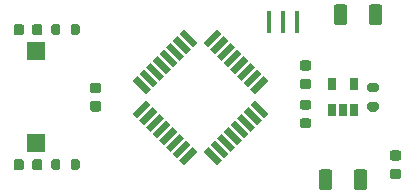
<source format=gbr>
%TF.GenerationSoftware,KiCad,Pcbnew,5.1.10-88a1d61d58~90~ubuntu20.04.1*%
%TF.CreationDate,2021-12-16T23:27:53-03:00*%
%TF.ProjectId,projeto-final,70726f6a-6574-46f2-9d66-696e616c2e6b,rev?*%
%TF.SameCoordinates,Original*%
%TF.FileFunction,Paste,Top*%
%TF.FilePolarity,Positive*%
%FSLAX46Y46*%
G04 Gerber Fmt 4.6, Leading zero omitted, Abs format (unit mm)*
G04 Created by KiCad (PCBNEW 5.1.10-88a1d61d58~90~ubuntu20.04.1) date 2021-12-16 23:27:53*
%MOMM*%
%LPD*%
G01*
G04 APERTURE LIST*
%ADD10R,1.500000X1.500000*%
%ADD11C,0.100000*%
%ADD12R,0.400000X1.900000*%
%ADD13R,0.635000X1.066800*%
G04 APERTURE END LIST*
%TO.C,C1*%
G36*
G01*
X152770000Y-83804999D02*
X152770000Y-85105001D01*
G75*
G02*
X152520001Y-85355000I-249999J0D01*
G01*
X151869999Y-85355000D01*
G75*
G02*
X151620000Y-85105001I0J249999D01*
G01*
X151620000Y-83804999D01*
G75*
G02*
X151869999Y-83555000I249999J0D01*
G01*
X152520001Y-83555000D01*
G75*
G02*
X152770000Y-83804999I0J-249999D01*
G01*
G37*
G36*
G01*
X155720000Y-83804999D02*
X155720000Y-85105001D01*
G75*
G02*
X155470001Y-85355000I-249999J0D01*
G01*
X154819999Y-85355000D01*
G75*
G02*
X154570000Y-85105001I0J249999D01*
G01*
X154570000Y-83804999D01*
G75*
G02*
X154819999Y-83555000I249999J0D01*
G01*
X155470001Y-83555000D01*
G75*
G02*
X155720000Y-83804999I0J-249999D01*
G01*
G37*
%TD*%
%TO.C,C2*%
G36*
G01*
X155840000Y-71135001D02*
X155840000Y-69834999D01*
G75*
G02*
X156089999Y-69585000I249999J0D01*
G01*
X156740001Y-69585000D01*
G75*
G02*
X156990000Y-69834999I0J-249999D01*
G01*
X156990000Y-71135001D01*
G75*
G02*
X156740001Y-71385000I-249999J0D01*
G01*
X156089999Y-71385000D01*
G75*
G02*
X155840000Y-71135001I0J249999D01*
G01*
G37*
G36*
G01*
X152890000Y-71135001D02*
X152890000Y-69834999D01*
G75*
G02*
X153139999Y-69585000I249999J0D01*
G01*
X153790001Y-69585000D01*
G75*
G02*
X154040000Y-69834999I0J-249999D01*
G01*
X154040000Y-71135001D01*
G75*
G02*
X153790001Y-71385000I-249999J0D01*
G01*
X153139999Y-71385000D01*
G75*
G02*
X152890000Y-71135001I0J249999D01*
G01*
G37*
%TD*%
%TO.C,C3*%
G36*
G01*
X150745000Y-75240000D02*
X150245000Y-75240000D01*
G75*
G02*
X150020000Y-75015000I0J225000D01*
G01*
X150020000Y-74565000D01*
G75*
G02*
X150245000Y-74340000I225000J0D01*
G01*
X150745000Y-74340000D01*
G75*
G02*
X150970000Y-74565000I0J-225000D01*
G01*
X150970000Y-75015000D01*
G75*
G02*
X150745000Y-75240000I-225000J0D01*
G01*
G37*
G36*
G01*
X150745000Y-76790000D02*
X150245000Y-76790000D01*
G75*
G02*
X150020000Y-76565000I0J225000D01*
G01*
X150020000Y-76115000D01*
G75*
G02*
X150245000Y-75890000I225000J0D01*
G01*
X150745000Y-75890000D01*
G75*
G02*
X150970000Y-76115000I0J-225000D01*
G01*
X150970000Y-76565000D01*
G75*
G02*
X150745000Y-76790000I-225000J0D01*
G01*
G37*
%TD*%
%TO.C,C4*%
G36*
G01*
X126675000Y-71505000D02*
X126675000Y-72005000D01*
G75*
G02*
X126450000Y-72230000I-225000J0D01*
G01*
X126000000Y-72230000D01*
G75*
G02*
X125775000Y-72005000I0J225000D01*
G01*
X125775000Y-71505000D01*
G75*
G02*
X126000000Y-71280000I225000J0D01*
G01*
X126450000Y-71280000D01*
G75*
G02*
X126675000Y-71505000I0J-225000D01*
G01*
G37*
G36*
G01*
X128225000Y-71505000D02*
X128225000Y-72005000D01*
G75*
G02*
X128000000Y-72230000I-225000J0D01*
G01*
X127550000Y-72230000D01*
G75*
G02*
X127325000Y-72005000I0J225000D01*
G01*
X127325000Y-71505000D01*
G75*
G02*
X127550000Y-71280000I225000J0D01*
G01*
X128000000Y-71280000D01*
G75*
G02*
X128225000Y-71505000I0J-225000D01*
G01*
G37*
%TD*%
%TO.C,C5*%
G36*
G01*
X132465000Y-77795000D02*
X132965000Y-77795000D01*
G75*
G02*
X133190000Y-78020000I0J-225000D01*
G01*
X133190000Y-78470000D01*
G75*
G02*
X132965000Y-78695000I-225000J0D01*
G01*
X132465000Y-78695000D01*
G75*
G02*
X132240000Y-78470000I0J225000D01*
G01*
X132240000Y-78020000D01*
G75*
G02*
X132465000Y-77795000I225000J0D01*
G01*
G37*
G36*
G01*
X132465000Y-76245000D02*
X132965000Y-76245000D01*
G75*
G02*
X133190000Y-76470000I0J-225000D01*
G01*
X133190000Y-76920000D01*
G75*
G02*
X132965000Y-77145000I-225000J0D01*
G01*
X132465000Y-77145000D01*
G75*
G02*
X132240000Y-76920000I0J225000D01*
G01*
X132240000Y-76470000D01*
G75*
G02*
X132465000Y-76245000I225000J0D01*
G01*
G37*
%TD*%
%TO.C,C6*%
G36*
G01*
X157865000Y-81960000D02*
X158365000Y-81960000D01*
G75*
G02*
X158590000Y-82185000I0J-225000D01*
G01*
X158590000Y-82635000D01*
G75*
G02*
X158365000Y-82860000I-225000J0D01*
G01*
X157865000Y-82860000D01*
G75*
G02*
X157640000Y-82635000I0J225000D01*
G01*
X157640000Y-82185000D01*
G75*
G02*
X157865000Y-81960000I225000J0D01*
G01*
G37*
G36*
G01*
X157865000Y-83510000D02*
X158365000Y-83510000D01*
G75*
G02*
X158590000Y-83735000I0J-225000D01*
G01*
X158590000Y-84185000D01*
G75*
G02*
X158365000Y-84410000I-225000J0D01*
G01*
X157865000Y-84410000D01*
G75*
G02*
X157640000Y-84185000I0J225000D01*
G01*
X157640000Y-83735000D01*
G75*
G02*
X157865000Y-83510000I225000J0D01*
G01*
G37*
%TD*%
%TO.C,D1*%
G36*
G01*
X150751250Y-78542500D02*
X150238750Y-78542500D01*
G75*
G02*
X150020000Y-78323750I0J218750D01*
G01*
X150020000Y-77886250D01*
G75*
G02*
X150238750Y-77667500I218750J0D01*
G01*
X150751250Y-77667500D01*
G75*
G02*
X150970000Y-77886250I0J-218750D01*
G01*
X150970000Y-78323750D01*
G75*
G02*
X150751250Y-78542500I-218750J0D01*
G01*
G37*
G36*
G01*
X150751250Y-80117500D02*
X150238750Y-80117500D01*
G75*
G02*
X150020000Y-79898750I0J218750D01*
G01*
X150020000Y-79461250D01*
G75*
G02*
X150238750Y-79242500I218750J0D01*
G01*
X150751250Y-79242500D01*
G75*
G02*
X150970000Y-79461250I0J-218750D01*
G01*
X150970000Y-79898750D01*
G75*
G02*
X150751250Y-80117500I-218750J0D01*
G01*
G37*
%TD*%
%TO.C,R3*%
G36*
G01*
X130600000Y-83460000D02*
X130600000Y-82910000D01*
G75*
G02*
X130800000Y-82710000I200000J0D01*
G01*
X131200000Y-82710000D01*
G75*
G02*
X131400000Y-82910000I0J-200000D01*
G01*
X131400000Y-83460000D01*
G75*
G02*
X131200000Y-83660000I-200000J0D01*
G01*
X130800000Y-83660000D01*
G75*
G02*
X130600000Y-83460000I0J200000D01*
G01*
G37*
G36*
G01*
X128950000Y-83460000D02*
X128950000Y-82910000D01*
G75*
G02*
X129150000Y-82710000I200000J0D01*
G01*
X129550000Y-82710000D01*
G75*
G02*
X129750000Y-82910000I0J-200000D01*
G01*
X129750000Y-83460000D01*
G75*
G02*
X129550000Y-83660000I-200000J0D01*
G01*
X129150000Y-83660000D01*
G75*
G02*
X128950000Y-83460000I0J200000D01*
G01*
G37*
%TD*%
D10*
%TO.C,SW1*%
X127635000Y-73570000D03*
X127635000Y-81370000D03*
%TD*%
D11*
%TO.C,U2*%
G36*
X145829963Y-78124074D02*
G01*
X146218872Y-77735165D01*
X147350243Y-78866536D01*
X146961334Y-79255445D01*
X145829963Y-78124074D01*
G37*
G36*
X145264277Y-78689759D02*
G01*
X145653186Y-78300850D01*
X146784557Y-79432221D01*
X146395648Y-79821130D01*
X145264277Y-78689759D01*
G37*
G36*
X144698592Y-79255445D02*
G01*
X145087501Y-78866536D01*
X146218872Y-79997907D01*
X145829963Y-80386816D01*
X144698592Y-79255445D01*
G37*
G36*
X144132907Y-79821130D02*
G01*
X144521816Y-79432221D01*
X145653187Y-80563592D01*
X145264278Y-80952501D01*
X144132907Y-79821130D01*
G37*
G36*
X143567221Y-80386816D02*
G01*
X143956130Y-79997907D01*
X145087501Y-81129278D01*
X144698592Y-81518187D01*
X143567221Y-80386816D01*
G37*
G36*
X143001536Y-80952501D02*
G01*
X143390445Y-80563592D01*
X144521816Y-81694963D01*
X144132907Y-82083872D01*
X143001536Y-80952501D01*
G37*
G36*
X142435850Y-81518186D02*
G01*
X142824759Y-81129277D01*
X143956130Y-82260648D01*
X143567221Y-82649557D01*
X142435850Y-81518186D01*
G37*
G36*
X141870165Y-82083872D02*
G01*
X142259074Y-81694963D01*
X143390445Y-82826334D01*
X143001536Y-83215243D01*
X141870165Y-82083872D01*
G37*
G36*
X140950926Y-81694963D02*
G01*
X141339835Y-82083872D01*
X140208464Y-83215243D01*
X139819555Y-82826334D01*
X140950926Y-81694963D01*
G37*
G36*
X140385241Y-81129277D02*
G01*
X140774150Y-81518186D01*
X139642779Y-82649557D01*
X139253870Y-82260648D01*
X140385241Y-81129277D01*
G37*
G36*
X139819555Y-80563592D02*
G01*
X140208464Y-80952501D01*
X139077093Y-82083872D01*
X138688184Y-81694963D01*
X139819555Y-80563592D01*
G37*
G36*
X139253870Y-79997907D02*
G01*
X139642779Y-80386816D01*
X138511408Y-81518187D01*
X138122499Y-81129278D01*
X139253870Y-79997907D01*
G37*
G36*
X138688184Y-79432221D02*
G01*
X139077093Y-79821130D01*
X137945722Y-80952501D01*
X137556813Y-80563592D01*
X138688184Y-79432221D01*
G37*
G36*
X138122499Y-78866536D02*
G01*
X138511408Y-79255445D01*
X137380037Y-80386816D01*
X136991128Y-79997907D01*
X138122499Y-78866536D01*
G37*
G36*
X137556814Y-78300850D02*
G01*
X137945723Y-78689759D01*
X136814352Y-79821130D01*
X136425443Y-79432221D01*
X137556814Y-78300850D01*
G37*
G36*
X136991128Y-77735165D02*
G01*
X137380037Y-78124074D01*
X136248666Y-79255445D01*
X135859757Y-78866536D01*
X136991128Y-77735165D01*
G37*
G36*
X135859757Y-76073464D02*
G01*
X136248666Y-75684555D01*
X137380037Y-76815926D01*
X136991128Y-77204835D01*
X135859757Y-76073464D01*
G37*
G36*
X136425443Y-75507779D02*
G01*
X136814352Y-75118870D01*
X137945723Y-76250241D01*
X137556814Y-76639150D01*
X136425443Y-75507779D01*
G37*
G36*
X136991128Y-74942093D02*
G01*
X137380037Y-74553184D01*
X138511408Y-75684555D01*
X138122499Y-76073464D01*
X136991128Y-74942093D01*
G37*
G36*
X137556813Y-74376408D02*
G01*
X137945722Y-73987499D01*
X139077093Y-75118870D01*
X138688184Y-75507779D01*
X137556813Y-74376408D01*
G37*
G36*
X138122499Y-73810722D02*
G01*
X138511408Y-73421813D01*
X139642779Y-74553184D01*
X139253870Y-74942093D01*
X138122499Y-73810722D01*
G37*
G36*
X138688184Y-73245037D02*
G01*
X139077093Y-72856128D01*
X140208464Y-73987499D01*
X139819555Y-74376408D01*
X138688184Y-73245037D01*
G37*
G36*
X139253870Y-72679352D02*
G01*
X139642779Y-72290443D01*
X140774150Y-73421814D01*
X140385241Y-73810723D01*
X139253870Y-72679352D01*
G37*
G36*
X139819555Y-72113666D02*
G01*
X140208464Y-71724757D01*
X141339835Y-72856128D01*
X140950926Y-73245037D01*
X139819555Y-72113666D01*
G37*
G36*
X143001536Y-71724757D02*
G01*
X143390445Y-72113666D01*
X142259074Y-73245037D01*
X141870165Y-72856128D01*
X143001536Y-71724757D01*
G37*
G36*
X143567221Y-72290443D02*
G01*
X143956130Y-72679352D01*
X142824759Y-73810723D01*
X142435850Y-73421814D01*
X143567221Y-72290443D01*
G37*
G36*
X144132907Y-72856128D02*
G01*
X144521816Y-73245037D01*
X143390445Y-74376408D01*
X143001536Y-73987499D01*
X144132907Y-72856128D01*
G37*
G36*
X144698592Y-73421813D02*
G01*
X145087501Y-73810722D01*
X143956130Y-74942093D01*
X143567221Y-74553184D01*
X144698592Y-73421813D01*
G37*
G36*
X145264278Y-73987499D02*
G01*
X145653187Y-74376408D01*
X144521816Y-75507779D01*
X144132907Y-75118870D01*
X145264278Y-73987499D01*
G37*
G36*
X145829963Y-74553184D02*
G01*
X146218872Y-74942093D01*
X145087501Y-76073464D01*
X144698592Y-75684555D01*
X145829963Y-74553184D01*
G37*
G36*
X146395648Y-75118870D02*
G01*
X146784557Y-75507779D01*
X145653186Y-76639150D01*
X145264277Y-76250241D01*
X146395648Y-75118870D01*
G37*
G36*
X146961334Y-75684555D02*
G01*
X147350243Y-76073464D01*
X146218872Y-77204835D01*
X145829963Y-76815926D01*
X146961334Y-75684555D01*
G37*
%TD*%
D12*
%TO.C,Y1*%
X149796200Y-71094600D03*
X148596200Y-71094600D03*
X147396200Y-71094600D03*
%TD*%
D13*
%TO.C,U1*%
X154619960Y-76370180D03*
X152720040Y-76370180D03*
X154619960Y-78569820D03*
X153670000Y-78569820D03*
X152720040Y-78569820D03*
%TD*%
%TO.C,D2*%
G36*
G01*
X127350000Y-83441250D02*
X127350000Y-82928750D01*
G75*
G02*
X127568750Y-82710000I218750J0D01*
G01*
X128006250Y-82710000D01*
G75*
G02*
X128225000Y-82928750I0J-218750D01*
G01*
X128225000Y-83441250D01*
G75*
G02*
X128006250Y-83660000I-218750J0D01*
G01*
X127568750Y-83660000D01*
G75*
G02*
X127350000Y-83441250I0J218750D01*
G01*
G37*
G36*
G01*
X125775000Y-83441250D02*
X125775000Y-82928750D01*
G75*
G02*
X125993750Y-82710000I218750J0D01*
G01*
X126431250Y-82710000D01*
G75*
G02*
X126650000Y-82928750I0J-218750D01*
G01*
X126650000Y-83441250D01*
G75*
G02*
X126431250Y-83660000I-218750J0D01*
G01*
X125993750Y-83660000D01*
G75*
G02*
X125775000Y-83441250I0J218750D01*
G01*
G37*
%TD*%
%TO.C,R1*%
G36*
G01*
X155935000Y-77895000D02*
X156485000Y-77895000D01*
G75*
G02*
X156685000Y-78095000I0J-200000D01*
G01*
X156685000Y-78495000D01*
G75*
G02*
X156485000Y-78695000I-200000J0D01*
G01*
X155935000Y-78695000D01*
G75*
G02*
X155735000Y-78495000I0J200000D01*
G01*
X155735000Y-78095000D01*
G75*
G02*
X155935000Y-77895000I200000J0D01*
G01*
G37*
G36*
G01*
X155935000Y-76245000D02*
X156485000Y-76245000D01*
G75*
G02*
X156685000Y-76445000I0J-200000D01*
G01*
X156685000Y-76845000D01*
G75*
G02*
X156485000Y-77045000I-200000J0D01*
G01*
X155935000Y-77045000D01*
G75*
G02*
X155735000Y-76845000I0J200000D01*
G01*
X155735000Y-76445000D01*
G75*
G02*
X155935000Y-76245000I200000J0D01*
G01*
G37*
%TD*%
%TO.C,R2*%
G36*
G01*
X129750000Y-71480000D02*
X129750000Y-72030000D01*
G75*
G02*
X129550000Y-72230000I-200000J0D01*
G01*
X129150000Y-72230000D01*
G75*
G02*
X128950000Y-72030000I0J200000D01*
G01*
X128950000Y-71480000D01*
G75*
G02*
X129150000Y-71280000I200000J0D01*
G01*
X129550000Y-71280000D01*
G75*
G02*
X129750000Y-71480000I0J-200000D01*
G01*
G37*
G36*
G01*
X131400000Y-71480000D02*
X131400000Y-72030000D01*
G75*
G02*
X131200000Y-72230000I-200000J0D01*
G01*
X130800000Y-72230000D01*
G75*
G02*
X130600000Y-72030000I0J200000D01*
G01*
X130600000Y-71480000D01*
G75*
G02*
X130800000Y-71280000I200000J0D01*
G01*
X131200000Y-71280000D01*
G75*
G02*
X131400000Y-71480000I0J-200000D01*
G01*
G37*
%TD*%
M02*

</source>
